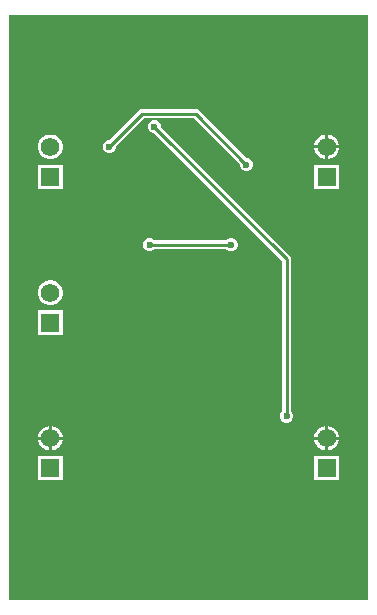
<source format=gbl>
G04*
G04 #@! TF.GenerationSoftware,Altium Limited,Altium Designer,24.9.1 (31)*
G04*
G04 Layer_Physical_Order=2*
G04 Layer_Color=16711680*
%FSLAX44Y44*%
%MOMM*%
G71*
G04*
G04 #@! TF.SameCoordinates,E9E1D246-21B5-4CF0-A3F4-6B989E9CA9DD*
G04*
G04*
G04 #@! TF.FilePolarity,Positive*
G04*
G01*
G75*
%ADD27C,0.2540*%
%ADD29C,1.5750*%
%ADD30R,1.5750X1.5750*%
%ADD31C,0.6000*%
%ADD32C,3.9000*%
G36*
X304000Y0D02*
X0D01*
Y496000D01*
X304000D01*
Y0D01*
D02*
G37*
%LPC*%
G36*
X270371Y394415D02*
X270270D01*
Y385270D01*
X279415D01*
Y385371D01*
X278705Y388020D01*
X277334Y390395D01*
X275395Y392334D01*
X273020Y393705D01*
X270371Y394415D01*
D02*
G37*
G36*
X267730D02*
X267629D01*
X264980Y393705D01*
X262605Y392334D01*
X260666Y390395D01*
X259295Y388020D01*
X258585Y385371D01*
Y385270D01*
X267730D01*
Y394415D01*
D02*
G37*
G36*
X279415Y382730D02*
X270270D01*
Y373585D01*
X270371D01*
X273020Y374295D01*
X275395Y375666D01*
X277334Y377605D01*
X278705Y379980D01*
X279415Y382629D01*
Y382730D01*
D02*
G37*
G36*
X267730D02*
X258585D01*
Y382629D01*
X259295Y379980D01*
X260666Y377605D01*
X262605Y375666D01*
X264980Y374295D01*
X267629Y373585D01*
X267730D01*
Y382730D01*
D02*
G37*
G36*
X36371Y394415D02*
X33629D01*
X30980Y393705D01*
X28605Y392334D01*
X26666Y390395D01*
X25295Y388020D01*
X24585Y385371D01*
Y382629D01*
X25295Y379980D01*
X26666Y377605D01*
X28605Y375666D01*
X30980Y374295D01*
X33629Y373585D01*
X36371D01*
X39020Y374295D01*
X41395Y375666D01*
X43334Y377605D01*
X44705Y379980D01*
X45415Y382629D01*
Y385371D01*
X44705Y388020D01*
X43334Y390395D01*
X41395Y392334D01*
X39020Y393705D01*
X36371Y394415D01*
D02*
G37*
G36*
X158000Y415885D02*
X113000D01*
X111513Y415589D01*
X110253Y414747D01*
X85046Y389540D01*
X83898D01*
X81862Y388697D01*
X80303Y387138D01*
X79460Y385102D01*
Y382898D01*
X80303Y380862D01*
X81862Y379303D01*
X83898Y378460D01*
X86102D01*
X88138Y379303D01*
X89697Y380862D01*
X90540Y382898D01*
Y384046D01*
X114609Y408115D01*
X156391D01*
X195460Y369046D01*
Y367898D01*
X196303Y365862D01*
X197862Y364303D01*
X199898Y363460D01*
X202102D01*
X204138Y364303D01*
X205697Y365862D01*
X206540Y367898D01*
Y370102D01*
X205697Y372138D01*
X204138Y373697D01*
X202102Y374540D01*
X200954D01*
X160747Y414747D01*
X159487Y415589D01*
X158000Y415885D01*
D02*
G37*
G36*
X279415Y369015D02*
X258585D01*
Y348185D01*
X279415D01*
Y369015D01*
D02*
G37*
G36*
X45415D02*
X24585D01*
Y348185D01*
X45415D01*
Y369015D01*
D02*
G37*
G36*
X189102Y306540D02*
X186898D01*
X184862Y305697D01*
X184050Y304885D01*
X122950D01*
X122138Y305697D01*
X120102Y306540D01*
X117898D01*
X115862Y305697D01*
X114303Y304138D01*
X113460Y302102D01*
Y299898D01*
X114303Y297862D01*
X115862Y296303D01*
X117898Y295460D01*
X120102D01*
X122138Y296303D01*
X122950Y297115D01*
X184050D01*
X184862Y296303D01*
X186898Y295460D01*
X189102D01*
X191138Y296303D01*
X192697Y297862D01*
X193540Y299898D01*
Y302102D01*
X192697Y304138D01*
X191138Y305697D01*
X189102Y306540D01*
D02*
G37*
G36*
X36371Y270815D02*
X33629D01*
X30980Y270105D01*
X28605Y268734D01*
X26666Y266795D01*
X25295Y264420D01*
X24585Y261771D01*
Y259029D01*
X25295Y256380D01*
X26666Y254005D01*
X28605Y252066D01*
X30980Y250695D01*
X33629Y249985D01*
X36371D01*
X39020Y250695D01*
X41395Y252066D01*
X43334Y254005D01*
X44705Y256380D01*
X45415Y259029D01*
Y261771D01*
X44705Y264420D01*
X43334Y266795D01*
X41395Y268734D01*
X39020Y270105D01*
X36371Y270815D01*
D02*
G37*
G36*
X45415Y245415D02*
X24585D01*
Y224585D01*
X45415D01*
Y245415D01*
D02*
G37*
G36*
X124102Y406540D02*
X121898D01*
X119862Y405697D01*
X118303Y404138D01*
X117460Y402102D01*
Y399898D01*
X118303Y397862D01*
X119862Y396303D01*
X121898Y395460D01*
X123046D01*
X231115Y287391D01*
Y159950D01*
X230303Y159138D01*
X229460Y157102D01*
Y154898D01*
X230303Y152862D01*
X231862Y151303D01*
X233898Y150460D01*
X236102D01*
X238138Y151303D01*
X239697Y152862D01*
X240540Y154898D01*
Y157102D01*
X239697Y159138D01*
X238885Y159950D01*
Y289000D01*
X238589Y290487D01*
X237747Y291747D01*
X128540Y400954D01*
Y402102D01*
X127697Y404138D01*
X126138Y405697D01*
X124102Y406540D01*
D02*
G37*
G36*
X36371Y147815D02*
X36270D01*
Y138670D01*
X45415D01*
Y138771D01*
X44705Y141420D01*
X43334Y143795D01*
X41395Y145734D01*
X39020Y147105D01*
X36371Y147815D01*
D02*
G37*
G36*
X33730D02*
X33629D01*
X30980Y147105D01*
X28605Y145734D01*
X26666Y143795D01*
X25295Y141420D01*
X24585Y138771D01*
Y138670D01*
X33730D01*
Y147815D01*
D02*
G37*
G36*
X270371D02*
X270270D01*
Y138670D01*
X279415D01*
Y138771D01*
X278705Y141420D01*
X277334Y143795D01*
X275395Y145734D01*
X273020Y147105D01*
X270371Y147815D01*
D02*
G37*
G36*
X267730D02*
X267629D01*
X264980Y147105D01*
X262605Y145734D01*
X260666Y143795D01*
X259295Y141420D01*
X258585Y138771D01*
Y138670D01*
X267730D01*
Y147815D01*
D02*
G37*
G36*
X279415Y136130D02*
X270270D01*
Y126985D01*
X270371D01*
X273020Y127695D01*
X275395Y129066D01*
X277334Y131005D01*
X278705Y133380D01*
X279415Y136029D01*
Y136130D01*
D02*
G37*
G36*
X267730D02*
X258585D01*
Y136029D01*
X259295Y133380D01*
X260666Y131005D01*
X262605Y129066D01*
X264980Y127695D01*
X267629Y126985D01*
X267730D01*
Y136130D01*
D02*
G37*
G36*
X45415Y136130D02*
X36270D01*
Y126985D01*
X36371D01*
X39020Y127695D01*
X41395Y129066D01*
X43334Y131005D01*
X44705Y133380D01*
X45415Y136029D01*
Y136130D01*
D02*
G37*
G36*
X33730D02*
X24585D01*
Y136029D01*
X25295Y133380D01*
X26666Y131005D01*
X28605Y129066D01*
X30980Y127695D01*
X33629Y126985D01*
X33730D01*
Y136130D01*
D02*
G37*
G36*
X279415Y122415D02*
X258585D01*
Y101585D01*
X279415D01*
Y122415D01*
D02*
G37*
G36*
X45415D02*
X24585D01*
Y101585D01*
X45415D01*
Y122415D01*
D02*
G37*
%LPD*%
D27*
X235000Y156000D02*
Y289000D01*
X123000Y401000D02*
X235000Y289000D01*
X158000Y412000D02*
X201000Y369000D01*
X85000Y384000D02*
X113000Y412000D01*
X158000D01*
X119000Y301000D02*
X188000D01*
D29*
X269000Y384000D02*
D03*
Y137400D02*
D03*
X35000Y384000D02*
D03*
Y260400D02*
D03*
Y137400D02*
D03*
D30*
X269000Y358600D02*
D03*
Y112000D02*
D03*
X35000Y358600D02*
D03*
Y235000D02*
D03*
Y112000D02*
D03*
D31*
X235000Y156000D02*
D03*
X123000Y401000D02*
D03*
X69000Y25000D02*
D03*
X93000D02*
D03*
X117000D02*
D03*
X141000D02*
D03*
X165000D02*
D03*
X189000D02*
D03*
X213000D02*
D03*
X237000D02*
D03*
X279000Y68000D02*
D03*
Y191000D02*
D03*
Y215000D02*
D03*
Y239000D02*
D03*
Y260000D02*
D03*
Y284000D02*
D03*
Y308000D02*
D03*
Y429000D02*
D03*
X237000Y471000D02*
D03*
X213000D02*
D03*
X189000D02*
D03*
X165000D02*
D03*
X141000D02*
D03*
X117000D02*
D03*
X93000D02*
D03*
X69000D02*
D03*
X85000Y384000D02*
D03*
X201000Y369000D02*
D03*
X188000Y301000D02*
D03*
X119000D02*
D03*
D32*
X25000Y471000D02*
D03*
X279000D02*
D03*
Y25000D02*
D03*
X25000D02*
D03*
M02*

</source>
